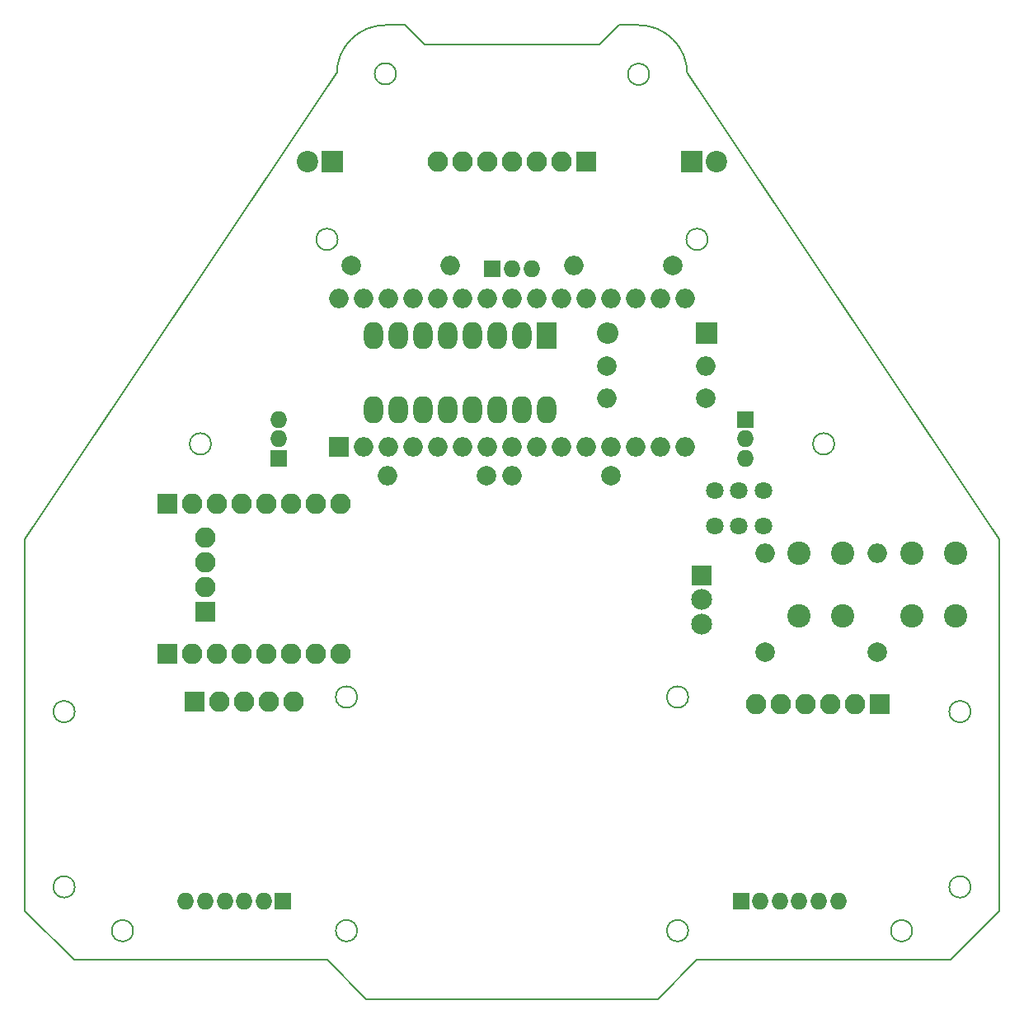
<source format=gbs>
G04 #@! TF.FileFunction,Soldermask,Bot*
%FSLAX46Y46*%
G04 Gerber Fmt 4.6, Leading zero omitted, Abs format (unit mm)*
G04 Created by KiCad (PCBNEW 4.0.6) date 11/28/17 11:35:20*
%MOMM*%
%LPD*%
G01*
G04 APERTURE LIST*
%ADD10C,0.100000*%
%ADD11C,0.150000*%
%ADD12R,2.000000X2.000000*%
%ADD13O,2.000000X2.000000*%
%ADD14R,2.100000X2.100000*%
%ADD15O,2.100000X2.100000*%
%ADD16R,2.200000X2.200000*%
%ADD17C,2.200000*%
%ADD18O,2.200000X2.200000*%
%ADD19R,2.150000X2.150000*%
%ADD20C,2.150000*%
%ADD21C,2.000000*%
%ADD22C,1.800000*%
%ADD23R,2.000000X2.800000*%
%ADD24O,2.000000X2.800000*%
%ADD25C,2.400000*%
%ADD26R,1.750000X1.750000*%
%ADD27O,1.750000X1.750000*%
G04 APERTURE END LIST*
D10*
D11*
X61000000Y100000000D02*
X63000000Y100000000D01*
X37000000Y100000000D02*
X39000000Y100000000D01*
X59000000Y98000000D02*
X61000000Y100000000D01*
X41000000Y98000000D02*
X59000000Y98000000D01*
X39000000Y100000000D02*
X41000000Y98000000D01*
X100000000Y47200000D02*
X68000000Y95000000D01*
X68000000Y95000000D02*
G75*
G03X63000000Y100000000I-5000000J0D01*
G01*
X32000000Y95000000D02*
X0Y47200000D01*
X37000000Y100000000D02*
G75*
G03X32000000Y95000000I0J-5000000D01*
G01*
X83100000Y57000000D02*
G75*
G03X83100000Y57000000I-1100000J0D01*
G01*
X19100000Y57000000D02*
G75*
G03X19100000Y57000000I-1100000J0D01*
G01*
X70100000Y78000000D02*
G75*
G03X70100000Y78000000I-1100000J0D01*
G01*
X32100000Y78000000D02*
G75*
G03X32100000Y78000000I-1100000J0D01*
G01*
X64100000Y94950000D02*
G75*
G03X64100000Y94950000I-1100000J0D01*
G01*
X38100000Y95000000D02*
G75*
G03X38100000Y95000000I-1100000J0D01*
G01*
X34100000Y31000000D02*
G75*
G03X34100000Y31000000I-1100000J0D01*
G01*
X68100000Y31000000D02*
G75*
G03X68100000Y31000000I-1100000J0D01*
G01*
X68100000Y7000000D02*
G75*
G03X68100000Y7000000I-1100000J0D01*
G01*
X34100000Y7000000D02*
G75*
G03X34100000Y7000000I-1100000J0D01*
G01*
X91100000Y7000000D02*
G75*
G03X91100000Y7000000I-1100000J0D01*
G01*
X11100000Y7000000D02*
G75*
G03X11100000Y7000000I-1100000J0D01*
G01*
X95000000Y4000000D02*
X100000000Y9000000D01*
X69000000Y4000000D02*
X95000000Y4000000D01*
X65000000Y0D02*
X69000000Y4000000D01*
X35000000Y0D02*
X65000000Y0D01*
X5000000Y4000000D02*
X0Y9000000D01*
X31000000Y4000000D02*
X5000000Y4000000D01*
X35000000Y0D02*
X31000000Y4000000D01*
X97100000Y29500000D02*
G75*
G03X97100000Y29500000I-1100000J0D01*
G01*
X97100000Y11500000D02*
G75*
G03X97100000Y11500000I-1100000J0D01*
G01*
X5100000Y11500000D02*
G75*
G03X5100000Y11500000I-1100000J0D01*
G01*
X5100000Y29500000D02*
G75*
G03X5100000Y29500000I-1100000J0D01*
G01*
X0Y47200000D02*
X0Y9000000D01*
X100000000Y9000000D02*
X100000000Y47200000D01*
D12*
X32220000Y56660000D03*
D13*
X65240000Y71900000D03*
X34760000Y56660000D03*
X62700000Y71900000D03*
X37300000Y56660000D03*
X60160000Y71900000D03*
X39840000Y56660000D03*
X57620000Y71900000D03*
X42380000Y56660000D03*
X55080000Y71900000D03*
X44920000Y56660000D03*
X52540000Y71900000D03*
X47460000Y56660000D03*
X50000000Y71900000D03*
X50000000Y56660000D03*
X47460000Y71900000D03*
X52540000Y56660000D03*
X44920000Y71900000D03*
X55080000Y56660000D03*
X42380000Y71900000D03*
X57620000Y56660000D03*
X39840000Y71900000D03*
X60160000Y56660000D03*
X37300000Y71900000D03*
X62700000Y56660000D03*
X34760000Y71900000D03*
X65240000Y56660000D03*
X32220000Y71900000D03*
X67780000Y56660000D03*
X67780000Y71900000D03*
D14*
X14635931Y35430000D03*
D15*
X17175931Y35430000D03*
X19715931Y35430000D03*
X22255931Y35430000D03*
X24795931Y35430000D03*
X27335931Y35430000D03*
X29875931Y35430000D03*
X32415931Y35430000D03*
D16*
X31540000Y86000000D03*
D17*
X29000000Y86000000D03*
D16*
X68460000Y86000000D03*
D17*
X71000000Y86000000D03*
D16*
X70000000Y68400000D03*
D18*
X59840000Y68400000D03*
D19*
X69500000Y43500000D03*
D20*
X69500000Y41000000D03*
X69500000Y38500000D03*
D21*
X33500000Y75300000D03*
D13*
X43660000Y75300000D03*
D21*
X66500000Y75300000D03*
D13*
X56340000Y75300000D03*
D21*
X75950000Y35640000D03*
D13*
X75950000Y45800000D03*
D21*
X87500000Y35640000D03*
D13*
X87500000Y45800000D03*
D21*
X59740000Y65000000D03*
D13*
X69900000Y65000000D03*
D21*
X69900000Y61700000D03*
D13*
X59740000Y61700000D03*
D22*
X75800000Y48600000D03*
X75800000Y52200000D03*
X73300000Y48600000D03*
X70800000Y48600000D03*
X70800000Y52200000D03*
X73300000Y52200000D03*
D23*
X53580000Y68120000D03*
D24*
X35800000Y60500000D03*
X51040000Y68120000D03*
X38340000Y60500000D03*
X48500000Y68120000D03*
X40880000Y60500000D03*
X45960000Y68120000D03*
X43420000Y60500000D03*
X43420000Y68120000D03*
X45960000Y60500000D03*
X40880000Y68120000D03*
X48500000Y60500000D03*
X38340000Y68120000D03*
X51040000Y60500000D03*
X35800000Y68120000D03*
X53580000Y60500000D03*
D25*
X83950000Y39300000D03*
X79450000Y39300000D03*
X83950000Y45800000D03*
X79450000Y45800000D03*
X95550000Y39300000D03*
X91050000Y39300000D03*
X95550000Y45800000D03*
X91050000Y45800000D03*
D14*
X14635931Y50880839D03*
D15*
X17175931Y50880839D03*
X19715931Y50880839D03*
X22255931Y50880839D03*
X24795931Y50880839D03*
X27335931Y50880839D03*
X29875931Y50880839D03*
X32415931Y50880839D03*
D14*
X18500000Y39760000D03*
D15*
X18500000Y42300000D03*
X18500000Y44840000D03*
X18500000Y47380000D03*
D14*
X87740000Y30300000D03*
D15*
X85200000Y30300000D03*
X82660000Y30300000D03*
X80120000Y30300000D03*
X77580000Y30300000D03*
X75040000Y30300000D03*
D14*
X17420000Y30500000D03*
D15*
X19960000Y30500000D03*
X22500000Y30500000D03*
X25040000Y30500000D03*
X27580000Y30500000D03*
D26*
X26500000Y10000000D03*
D27*
X24500000Y10000000D03*
X22500000Y10000000D03*
X20500000Y10000000D03*
X18500000Y10000000D03*
X16500000Y10000000D03*
D26*
X73500000Y10000000D03*
D27*
X75500000Y10000000D03*
X77500000Y10000000D03*
X79500000Y10000000D03*
X81500000Y10000000D03*
X83500000Y10000000D03*
D26*
X26000000Y55500000D03*
D27*
X26000000Y57500000D03*
X26000000Y59500000D03*
D26*
X48000000Y75000000D03*
D27*
X50000000Y75000000D03*
X52000000Y75000000D03*
D26*
X74000000Y59500000D03*
D27*
X74000000Y57500000D03*
X74000000Y55500000D03*
D14*
X57620000Y86000000D03*
D15*
X55080000Y86000000D03*
X52540000Y86000000D03*
X50000000Y86000000D03*
X47460000Y86000000D03*
X44920000Y86000000D03*
X42380000Y86000000D03*
D21*
X47400000Y53700000D03*
D13*
X37240000Y53700000D03*
D21*
X60160000Y53700000D03*
D13*
X50000000Y53700000D03*
M02*

</source>
